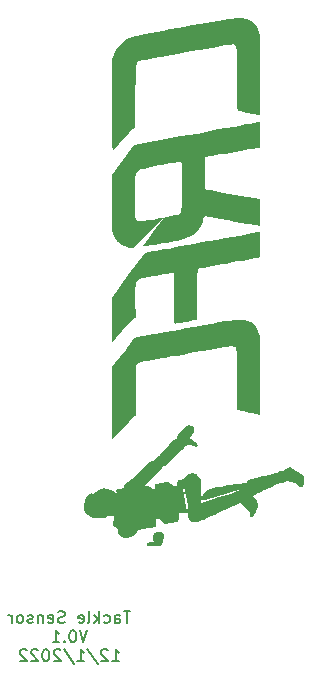
<source format=gbo>
%TF.GenerationSoftware,KiCad,Pcbnew,(6.0.1-0)*%
%TF.CreationDate,2022-12-01T23:09:06-06:00*%
%TF.ProjectId,tackle_sensor_hardware,7461636b-6c65-45f7-9365-6e736f725f68,rev?*%
%TF.SameCoordinates,Original*%
%TF.FileFunction,Legend,Bot*%
%TF.FilePolarity,Positive*%
%FSLAX46Y46*%
G04 Gerber Fmt 4.6, Leading zero omitted, Abs format (unit mm)*
G04 Created by KiCad (PCBNEW (6.0.1-0)) date 2022-12-01 23:09:06*
%MOMM*%
%LPD*%
G01*
G04 APERTURE LIST*
G04 Aperture macros list*
%AMRoundRect*
0 Rectangle with rounded corners*
0 $1 Rounding radius*
0 $2 $3 $4 $5 $6 $7 $8 $9 X,Y pos of 4 corners*
0 Add a 4 corners polygon primitive as box body*
4,1,4,$2,$3,$4,$5,$6,$7,$8,$9,$2,$3,0*
0 Add four circle primitives for the rounded corners*
1,1,$1+$1,$2,$3*
1,1,$1+$1,$4,$5*
1,1,$1+$1,$6,$7*
1,1,$1+$1,$8,$9*
0 Add four rect primitives between the rounded corners*
20,1,$1+$1,$2,$3,$4,$5,0*
20,1,$1+$1,$4,$5,$6,$7,0*
20,1,$1+$1,$6,$7,$8,$9,0*
20,1,$1+$1,$8,$9,$2,$3,0*%
G04 Aperture macros list end*
%ADD10C,0.150000*%
%ADD11C,0.300000*%
%ADD12RoundRect,0.250000X-0.725000X0.600000X-0.725000X-0.600000X0.725000X-0.600000X0.725000X0.600000X0*%
%ADD13O,1.950000X1.700000*%
%ADD14C,3.200000*%
%ADD15RoundRect,0.250000X0.750000X-0.600000X0.750000X0.600000X-0.750000X0.600000X-0.750000X-0.600000X0*%
%ADD16O,2.000000X1.700000*%
G04 APERTURE END LIST*
D10*
X140040666Y-123724780D02*
X139469238Y-123724780D01*
X139754952Y-124724780D02*
X139754952Y-123724780D01*
X138707333Y-124724780D02*
X138707333Y-124200971D01*
X138754952Y-124105733D01*
X138850190Y-124058114D01*
X139040666Y-124058114D01*
X139135904Y-124105733D01*
X138707333Y-124677161D02*
X138802571Y-124724780D01*
X139040666Y-124724780D01*
X139135904Y-124677161D01*
X139183523Y-124581923D01*
X139183523Y-124486685D01*
X139135904Y-124391447D01*
X139040666Y-124343828D01*
X138802571Y-124343828D01*
X138707333Y-124296209D01*
X137802571Y-124677161D02*
X137897809Y-124724780D01*
X138088285Y-124724780D01*
X138183523Y-124677161D01*
X138231142Y-124629542D01*
X138278761Y-124534304D01*
X138278761Y-124248590D01*
X138231142Y-124153352D01*
X138183523Y-124105733D01*
X138088285Y-124058114D01*
X137897809Y-124058114D01*
X137802571Y-124105733D01*
X137374000Y-124724780D02*
X137374000Y-123724780D01*
X137278761Y-124343828D02*
X136993047Y-124724780D01*
X136993047Y-124058114D02*
X137374000Y-124439066D01*
X136421619Y-124724780D02*
X136516857Y-124677161D01*
X136564476Y-124581923D01*
X136564476Y-123724780D01*
X135659714Y-124677161D02*
X135754952Y-124724780D01*
X135945428Y-124724780D01*
X136040666Y-124677161D01*
X136088285Y-124581923D01*
X136088285Y-124200971D01*
X136040666Y-124105733D01*
X135945428Y-124058114D01*
X135754952Y-124058114D01*
X135659714Y-124105733D01*
X135612095Y-124200971D01*
X135612095Y-124296209D01*
X136088285Y-124391447D01*
X134469238Y-124677161D02*
X134326380Y-124724780D01*
X134088285Y-124724780D01*
X133993047Y-124677161D01*
X133945428Y-124629542D01*
X133897809Y-124534304D01*
X133897809Y-124439066D01*
X133945428Y-124343828D01*
X133993047Y-124296209D01*
X134088285Y-124248590D01*
X134278761Y-124200971D01*
X134374000Y-124153352D01*
X134421619Y-124105733D01*
X134469238Y-124010495D01*
X134469238Y-123915257D01*
X134421619Y-123820019D01*
X134374000Y-123772400D01*
X134278761Y-123724780D01*
X134040666Y-123724780D01*
X133897809Y-123772400D01*
X133088285Y-124677161D02*
X133183523Y-124724780D01*
X133374000Y-124724780D01*
X133469238Y-124677161D01*
X133516857Y-124581923D01*
X133516857Y-124200971D01*
X133469238Y-124105733D01*
X133374000Y-124058114D01*
X133183523Y-124058114D01*
X133088285Y-124105733D01*
X133040666Y-124200971D01*
X133040666Y-124296209D01*
X133516857Y-124391447D01*
X132612095Y-124058114D02*
X132612095Y-124724780D01*
X132612095Y-124153352D02*
X132564476Y-124105733D01*
X132469238Y-124058114D01*
X132326380Y-124058114D01*
X132231142Y-124105733D01*
X132183523Y-124200971D01*
X132183523Y-124724780D01*
X131754952Y-124677161D02*
X131659714Y-124724780D01*
X131469238Y-124724780D01*
X131374000Y-124677161D01*
X131326380Y-124581923D01*
X131326380Y-124534304D01*
X131374000Y-124439066D01*
X131469238Y-124391447D01*
X131612095Y-124391447D01*
X131707333Y-124343828D01*
X131754952Y-124248590D01*
X131754952Y-124200971D01*
X131707333Y-124105733D01*
X131612095Y-124058114D01*
X131469238Y-124058114D01*
X131374000Y-124105733D01*
X130754952Y-124724780D02*
X130850190Y-124677161D01*
X130897809Y-124629542D01*
X130945428Y-124534304D01*
X130945428Y-124248590D01*
X130897809Y-124153352D01*
X130850190Y-124105733D01*
X130754952Y-124058114D01*
X130612095Y-124058114D01*
X130516857Y-124105733D01*
X130469238Y-124153352D01*
X130421619Y-124248590D01*
X130421619Y-124534304D01*
X130469238Y-124629542D01*
X130516857Y-124677161D01*
X130612095Y-124724780D01*
X130754952Y-124724780D01*
X129993047Y-124724780D02*
X129993047Y-124058114D01*
X129993047Y-124248590D02*
X129945428Y-124153352D01*
X129897809Y-124105733D01*
X129802571Y-124058114D01*
X129707333Y-124058114D01*
X136397809Y-125334780D02*
X136064476Y-126334780D01*
X135731142Y-125334780D01*
X135207333Y-125334780D02*
X135112095Y-125334780D01*
X135016857Y-125382400D01*
X134969238Y-125430019D01*
X134921619Y-125525257D01*
X134874000Y-125715733D01*
X134874000Y-125953828D01*
X134921619Y-126144304D01*
X134969238Y-126239542D01*
X135016857Y-126287161D01*
X135112095Y-126334780D01*
X135207333Y-126334780D01*
X135302571Y-126287161D01*
X135350190Y-126239542D01*
X135397809Y-126144304D01*
X135445428Y-125953828D01*
X135445428Y-125715733D01*
X135397809Y-125525257D01*
X135350190Y-125430019D01*
X135302571Y-125382400D01*
X135207333Y-125334780D01*
X134445428Y-126239542D02*
X134397809Y-126287161D01*
X134445428Y-126334780D01*
X134493047Y-126287161D01*
X134445428Y-126239542D01*
X134445428Y-126334780D01*
X133445428Y-126334780D02*
X134016857Y-126334780D01*
X133731142Y-126334780D02*
X133731142Y-125334780D01*
X133826380Y-125477638D01*
X133921619Y-125572876D01*
X134016857Y-125620495D01*
X138493047Y-127944780D02*
X139064476Y-127944780D01*
X138778761Y-127944780D02*
X138778761Y-126944780D01*
X138874000Y-127087638D01*
X138969238Y-127182876D01*
X139064476Y-127230495D01*
X138112095Y-127040019D02*
X138064476Y-126992400D01*
X137969238Y-126944780D01*
X137731142Y-126944780D01*
X137635904Y-126992400D01*
X137588285Y-127040019D01*
X137540666Y-127135257D01*
X137540666Y-127230495D01*
X137588285Y-127373352D01*
X138159714Y-127944780D01*
X137540666Y-127944780D01*
X136397809Y-126897161D02*
X137254952Y-128182876D01*
X135540666Y-127944780D02*
X136112095Y-127944780D01*
X135826380Y-127944780D02*
X135826380Y-126944780D01*
X135921619Y-127087638D01*
X136016857Y-127182876D01*
X136112095Y-127230495D01*
X134397809Y-126897161D02*
X135254952Y-128182876D01*
X134112095Y-127040019D02*
X134064476Y-126992400D01*
X133969238Y-126944780D01*
X133731142Y-126944780D01*
X133635904Y-126992400D01*
X133588285Y-127040019D01*
X133540666Y-127135257D01*
X133540666Y-127230495D01*
X133588285Y-127373352D01*
X134159714Y-127944780D01*
X133540666Y-127944780D01*
X132921619Y-126944780D02*
X132826380Y-126944780D01*
X132731142Y-126992400D01*
X132683523Y-127040019D01*
X132635904Y-127135257D01*
X132588285Y-127325733D01*
X132588285Y-127563828D01*
X132635904Y-127754304D01*
X132683523Y-127849542D01*
X132731142Y-127897161D01*
X132826380Y-127944780D01*
X132921619Y-127944780D01*
X133016857Y-127897161D01*
X133064476Y-127849542D01*
X133112095Y-127754304D01*
X133159714Y-127563828D01*
X133159714Y-127325733D01*
X133112095Y-127135257D01*
X133064476Y-127040019D01*
X133016857Y-126992400D01*
X132921619Y-126944780D01*
X132207333Y-127040019D02*
X132159714Y-126992400D01*
X132064476Y-126944780D01*
X131826380Y-126944780D01*
X131731142Y-126992400D01*
X131683523Y-127040019D01*
X131635904Y-127135257D01*
X131635904Y-127230495D01*
X131683523Y-127373352D01*
X132254952Y-127944780D01*
X131635904Y-127944780D01*
X131254952Y-127040019D02*
X131207333Y-126992400D01*
X131112095Y-126944780D01*
X130873999Y-126944780D01*
X130778761Y-126992400D01*
X130731142Y-127040019D01*
X130683523Y-127135257D01*
X130683523Y-127230495D01*
X130731142Y-127373352D01*
X131302571Y-127944780D01*
X130683523Y-127944780D01*
D11*
%TO.C,G\u002A\u002A\u002A*%
X144016717Y-94498472D02*
X143944145Y-94353329D01*
X143944145Y-94135615D01*
X144016717Y-93917901D01*
X144161859Y-93772758D01*
X144307002Y-93700186D01*
X144597288Y-93627615D01*
X144815002Y-93627615D01*
X145105288Y-93700186D01*
X145250431Y-93772758D01*
X145395574Y-93917901D01*
X145468145Y-94135615D01*
X145468145Y-94280758D01*
X145395574Y-94498472D01*
X145323002Y-94571044D01*
X144815002Y-94571044D01*
X144815002Y-94280758D01*
X143944145Y-95441901D02*
X144307002Y-95441901D01*
X144161859Y-95079044D02*
X144307002Y-95441901D01*
X144161859Y-95804758D01*
X144597288Y-95224186D02*
X144307002Y-95441901D01*
X144597288Y-95659615D01*
X143944145Y-96603044D02*
X144307002Y-96603044D01*
X144161859Y-96240186D02*
X144307002Y-96603044D01*
X144161859Y-96965901D01*
X144597288Y-96385329D02*
X144307002Y-96603044D01*
X144597288Y-96820758D01*
X143944145Y-97764186D02*
X144307002Y-97764186D01*
X144161859Y-97401329D02*
X144307002Y-97764186D01*
X144161859Y-98127044D01*
X144597288Y-97546472D02*
X144307002Y-97764186D01*
X144597288Y-97981901D01*
X144016717Y-94447672D02*
X143944145Y-94302529D01*
X143944145Y-94084815D01*
X144016717Y-93867101D01*
X144161859Y-93721958D01*
X144307002Y-93649386D01*
X144597288Y-93576815D01*
X144815002Y-93576815D01*
X145105288Y-93649386D01*
X145250431Y-93721958D01*
X145395574Y-93867101D01*
X145468145Y-94084815D01*
X145468145Y-94229958D01*
X145395574Y-94447672D01*
X145323002Y-94520244D01*
X144815002Y-94520244D01*
X144815002Y-94229958D01*
X143944145Y-95391101D02*
X144307002Y-95391101D01*
X144161859Y-95028244D02*
X144307002Y-95391101D01*
X144161859Y-95753958D01*
X144597288Y-95173386D02*
X144307002Y-95391101D01*
X144597288Y-95608815D01*
X143944145Y-96552244D02*
X144307002Y-96552244D01*
X144161859Y-96189386D02*
X144307002Y-96552244D01*
X144161859Y-96915101D01*
X144597288Y-96334529D02*
X144307002Y-96552244D01*
X144597288Y-96769958D01*
X143944145Y-97713386D02*
X144307002Y-97713386D01*
X144161859Y-97350529D02*
X144307002Y-97713386D01*
X144161859Y-98076244D01*
X144597288Y-97495672D02*
X144307002Y-97713386D01*
X144597288Y-97931101D01*
G36*
X145190978Y-108002966D02*
G01*
X145324891Y-108066399D01*
X145395446Y-108195313D01*
X145417850Y-108400034D01*
X145410425Y-108549029D01*
X145363317Y-108668376D01*
X145252753Y-108779812D01*
X145159491Y-108880254D01*
X145110515Y-109028418D01*
X145164871Y-109162850D01*
X145320384Y-109267858D01*
X145382181Y-109295321D01*
X145573888Y-109408737D01*
X145705237Y-109532130D01*
X145753967Y-109646080D01*
X145753665Y-109657635D01*
X145707030Y-109754211D01*
X145587288Y-109778140D01*
X145403514Y-109727317D01*
X145391360Y-109722410D01*
X145197776Y-109669660D01*
X144998205Y-109647951D01*
X144930596Y-109650741D01*
X144862258Y-109665784D01*
X144787081Y-109702473D01*
X144693560Y-109770194D01*
X144570192Y-109878334D01*
X144405474Y-110036278D01*
X144187901Y-110253411D01*
X143905972Y-110539121D01*
X143754302Y-110692502D01*
X143467241Y-110976788D01*
X143242037Y-111189484D01*
X143071327Y-111337119D01*
X142947750Y-111426222D01*
X142863946Y-111463321D01*
X142857630Y-111464632D01*
X142751310Y-111506524D01*
X142720060Y-111560149D01*
X142700535Y-111607404D01*
X142615594Y-111715978D01*
X142478209Y-111864877D01*
X142303774Y-112036484D01*
X142195135Y-112139046D01*
X141953033Y-112368298D01*
X141712396Y-112596923D01*
X141512128Y-112787990D01*
X141158036Y-113126959D01*
X141412214Y-113127926D01*
X141489329Y-113130364D01*
X141675321Y-113169247D01*
X141834537Y-113270378D01*
X141968908Y-113361418D01*
X142084321Y-113382346D01*
X142146715Y-113313622D01*
X142147924Y-113158168D01*
X142117683Y-112971811D01*
X142412913Y-112914378D01*
X142507870Y-112895903D01*
X142766389Y-112845593D01*
X143007299Y-112798696D01*
X143306456Y-112740448D01*
X143489631Y-112934670D01*
X143545280Y-112990578D01*
X143694020Y-113097348D01*
X143843152Y-113128893D01*
X143906841Y-113127682D01*
X143980216Y-113107110D01*
X144008706Y-113037470D01*
X144013496Y-112888920D01*
X144014700Y-112785778D01*
X144033970Y-112686438D01*
X144099098Y-112639733D01*
X144238101Y-112611000D01*
X144365736Y-112577279D01*
X144521648Y-112487555D01*
X144693034Y-112325760D01*
X144802991Y-112212748D01*
X144919622Y-112121929D01*
X145043148Y-112077252D01*
X145216287Y-112056755D01*
X145359721Y-112051413D01*
X145533818Y-112074492D01*
X145683339Y-112144445D01*
X145696553Y-112152926D01*
X145888307Y-112333097D01*
X145992514Y-112554809D01*
X145998569Y-112796142D01*
X145984207Y-112915678D01*
X145975549Y-113124796D01*
X145979626Y-113346452D01*
X145988480Y-113579646D01*
X145994210Y-113865102D01*
X145995308Y-114135103D01*
X145992362Y-114570221D01*
X147083336Y-114214788D01*
X147098518Y-114209842D01*
X147467044Y-114090395D01*
X147838402Y-113971032D01*
X148186046Y-113860218D01*
X148483431Y-113766414D01*
X148704012Y-113698085D01*
X148862256Y-113648204D01*
X149054106Y-113582174D01*
X149185460Y-113529848D01*
X149234312Y-113499468D01*
X149225837Y-113489867D01*
X149191434Y-113489549D01*
X149121281Y-113502115D01*
X149005611Y-113530217D01*
X148834652Y-113576505D01*
X148598635Y-113643631D01*
X148287792Y-113734245D01*
X147892351Y-113851000D01*
X147402544Y-113996545D01*
X147261295Y-114038134D01*
X146929793Y-114131989D01*
X146637590Y-114209536D01*
X146400829Y-114266781D01*
X146235657Y-114299730D01*
X146158217Y-114304389D01*
X146118748Y-114277415D01*
X146085476Y-114172960D01*
X146110254Y-114022494D01*
X146182334Y-113848888D01*
X146290966Y-113675011D01*
X146425398Y-113523734D01*
X146574883Y-113417927D01*
X146655678Y-113388725D01*
X146832715Y-113342011D01*
X147075452Y-113287552D01*
X147364764Y-113228711D01*
X147681525Y-113168848D01*
X148006611Y-113111323D01*
X148320896Y-113059497D01*
X148605255Y-113016731D01*
X148840563Y-112986386D01*
X149007694Y-112971822D01*
X149087525Y-112976400D01*
X149098084Y-112981361D01*
X149211451Y-112986917D01*
X149367278Y-112913562D01*
X149448751Y-112867341D01*
X149572270Y-112830916D01*
X149694970Y-112856089D01*
X149755085Y-112879020D01*
X149843376Y-112903901D01*
X149882200Y-112874541D01*
X149909527Y-112776930D01*
X149951575Y-112681657D01*
X150037800Y-112592132D01*
X150057591Y-112584232D01*
X150174570Y-112550259D01*
X150374342Y-112499312D01*
X150640037Y-112435485D01*
X150954785Y-112362869D01*
X151301719Y-112285556D01*
X151441985Y-112254388D01*
X151778187Y-112175977D01*
X152075344Y-112101555D01*
X152316588Y-112035640D01*
X152485051Y-111982752D01*
X152563863Y-111947409D01*
X152663516Y-111891620D01*
X152813013Y-111857579D01*
X152937161Y-111831880D01*
X153050584Y-111768640D01*
X153063959Y-111756167D01*
X153177308Y-111672353D01*
X153323447Y-111584478D01*
X153515121Y-111481391D01*
X154091178Y-111826813D01*
X154094281Y-111828675D01*
X154321216Y-111971087D01*
X154515007Y-112104242D01*
X154655182Y-112213303D01*
X154721266Y-112283433D01*
X154735224Y-112314331D01*
X154772603Y-112461944D01*
X154769083Y-112647948D01*
X154724844Y-112903621D01*
X154721461Y-112919211D01*
X154675518Y-113081272D01*
X154616683Y-113167647D01*
X154524962Y-113208867D01*
X154428130Y-113219634D01*
X154341749Y-113173111D01*
X154333764Y-113159473D01*
X154247646Y-113043179D01*
X154133450Y-112955671D01*
X153964762Y-112881430D01*
X153715170Y-112804936D01*
X153547678Y-112759416D01*
X153387667Y-112722289D01*
X153283857Y-112713347D01*
X153208367Y-112731113D01*
X153133317Y-112774109D01*
X152999936Y-112831558D01*
X152841065Y-112850342D01*
X152707476Y-112861529D01*
X152552682Y-112921151D01*
X152546671Y-112924832D01*
X152445481Y-112978490D01*
X152264984Y-113067546D01*
X152022831Y-113183535D01*
X151736670Y-113317991D01*
X151424149Y-113462450D01*
X151362022Y-113491001D01*
X151066624Y-113628623D01*
X150811041Y-113750721D01*
X150610107Y-113849992D01*
X150478661Y-113919138D01*
X150431537Y-113950858D01*
X150440450Y-113972946D01*
X150499124Y-114062931D01*
X150594527Y-114189336D01*
X150632775Y-114241066D01*
X150742747Y-114428055D01*
X150814372Y-114605442D01*
X150833801Y-114689995D01*
X150838901Y-114789804D01*
X150814893Y-114903175D01*
X150755134Y-115057956D01*
X150652982Y-115281991D01*
X150590973Y-115412433D01*
X150501854Y-115584938D01*
X150434273Y-115683811D01*
X150374989Y-115726388D01*
X150310760Y-115730002D01*
X150252348Y-115716177D01*
X150204389Y-115661124D01*
X150203757Y-115536009D01*
X150203087Y-115442244D01*
X150168218Y-115341940D01*
X150082833Y-115221444D01*
X149931972Y-115054237D01*
X149920043Y-115041665D01*
X149758230Y-114878102D01*
X149606860Y-114736038D01*
X149497280Y-114644985D01*
X149397044Y-114583444D01*
X149302557Y-114572477D01*
X149170777Y-114618232D01*
X148988760Y-114696377D01*
X148593406Y-114869653D01*
X148197732Y-115048693D01*
X147769601Y-115248167D01*
X147276879Y-115482742D01*
X147168233Y-115534850D01*
X146825092Y-115699085D01*
X146564026Y-115823198D01*
X146372556Y-115912885D01*
X146238208Y-115973840D01*
X146148502Y-116011757D01*
X146090962Y-116032330D01*
X146053111Y-116041255D01*
X146034563Y-116045823D01*
X145930370Y-116083358D01*
X145785967Y-116143811D01*
X145774529Y-116148770D01*
X145515241Y-116208850D01*
X145271999Y-116169749D01*
X145064926Y-116034518D01*
X145061036Y-116030616D01*
X145001282Y-115962428D01*
X144964152Y-115887080D01*
X144944987Y-115779183D01*
X144939128Y-115613354D01*
X144941917Y-115364204D01*
X144943681Y-115216783D01*
X144942391Y-115005692D01*
X144936552Y-114851505D01*
X144926836Y-114780135D01*
X144918137Y-114759403D01*
X144891591Y-114668979D01*
X144852225Y-114507776D01*
X144797985Y-114266806D01*
X144726820Y-113937084D01*
X144636677Y-113509621D01*
X144505772Y-112884139D01*
X144534866Y-113346452D01*
X144535218Y-113352024D01*
X144584799Y-113905197D01*
X144659121Y-114422193D01*
X144753045Y-114867194D01*
X144784211Y-114990188D01*
X144827134Y-115192474D01*
X144827270Y-115317182D01*
X144775105Y-115383054D01*
X144661123Y-115408833D01*
X144475809Y-115413262D01*
X144122275Y-115413262D01*
X144122275Y-115765758D01*
X144118946Y-115954928D01*
X144103123Y-116066058D01*
X144066282Y-116120959D01*
X143999899Y-116146126D01*
X143970747Y-116152683D01*
X143832100Y-116183314D01*
X143631990Y-116227106D01*
X143403164Y-116276884D01*
X142928807Y-116379772D01*
X142750488Y-116143548D01*
X142632052Y-115994945D01*
X142531717Y-115901864D01*
X142440510Y-115870730D01*
X142332661Y-115885638D01*
X142292573Y-115899736D01*
X142245280Y-115947645D01*
X142223742Y-116047975D01*
X142218635Y-116228791D01*
X142214870Y-116343837D01*
X142191264Y-116509315D01*
X142150648Y-116595978D01*
X142145295Y-116599600D01*
X142049257Y-116630824D01*
X141881494Y-116661871D01*
X141674738Y-116686515D01*
X141445089Y-116711440D01*
X141170504Y-116749281D01*
X140940477Y-116788895D01*
X140844829Y-116809280D01*
X140698713Y-116852343D01*
X140624423Y-116903323D01*
X140596904Y-116975852D01*
X140560723Y-117060272D01*
X140437653Y-117189850D01*
X140254745Y-117317481D01*
X140039042Y-117427743D01*
X139817589Y-117505211D01*
X139617430Y-117534461D01*
X139549415Y-117530233D01*
X139322131Y-117453445D01*
X139132826Y-117297618D01*
X139003275Y-117085582D01*
X138955252Y-116840169D01*
X138948054Y-116763999D01*
X138892575Y-116671583D01*
X138758692Y-116590640D01*
X138562132Y-116496907D01*
X138637580Y-115691765D01*
X138429286Y-115656839D01*
X138395097Y-115651017D01*
X138252324Y-115624775D01*
X138166601Y-115605957D01*
X138154567Y-115605387D01*
X138070575Y-115644580D01*
X137959008Y-115732788D01*
X137936958Y-115752959D01*
X137849350Y-115818607D01*
X137750223Y-115855096D01*
X137607204Y-115870331D01*
X137387916Y-115872216D01*
X137338334Y-115871581D01*
X137083446Y-115855544D01*
X136877699Y-115811410D01*
X136670884Y-115729161D01*
X136446733Y-115611771D01*
X136291488Y-115488935D01*
X136194920Y-115340780D01*
X136132972Y-115141001D01*
X136116809Y-115054266D01*
X136108197Y-114716267D01*
X136174871Y-114381357D01*
X136307963Y-114080933D01*
X136498606Y-113846390D01*
X136508837Y-113837442D01*
X136619319Y-113762458D01*
X136730125Y-113752059D01*
X136888442Y-113800717D01*
X136977044Y-113779415D01*
X137079745Y-113657599D01*
X137120481Y-113598769D01*
X137293700Y-113442402D01*
X137528281Y-113355501D01*
X137840263Y-113331183D01*
X138076464Y-113348999D01*
X138412842Y-113436050D01*
X138682617Y-113586489D01*
X138877546Y-113790529D01*
X138989386Y-114038380D01*
X139009896Y-114320252D01*
X138930832Y-114626357D01*
X138916441Y-114661974D01*
X138880175Y-114771049D01*
X138879218Y-114814975D01*
X138909375Y-114792013D01*
X138960814Y-114690693D01*
X139010947Y-114539717D01*
X139048958Y-114373519D01*
X139064031Y-114226535D01*
X139060304Y-114168239D01*
X139015278Y-113968850D01*
X138934413Y-113771552D01*
X138909351Y-113722770D01*
X138842809Y-113542609D01*
X138860189Y-113426735D01*
X138967217Y-113364798D01*
X139169617Y-113346452D01*
X139256262Y-113345512D01*
X139377198Y-113331355D01*
X139437564Y-113287241D01*
X139470090Y-113196880D01*
X139504575Y-113103914D01*
X139595440Y-112959435D01*
X139705350Y-112847511D01*
X139805071Y-112802555D01*
X139841341Y-112794173D01*
X139917967Y-112726113D01*
X139927029Y-112714164D01*
X140003781Y-112634962D01*
X140145251Y-112499557D01*
X140338811Y-112319725D01*
X140571835Y-112107241D01*
X140831697Y-111873883D01*
X140926225Y-111789444D01*
X141175177Y-111565332D01*
X141391173Y-111368406D01*
X141562076Y-111209880D01*
X141675751Y-111100972D01*
X141720063Y-111052895D01*
X141771454Y-111022372D01*
X141886445Y-111007694D01*
X141906983Y-111006684D01*
X141994608Y-110978881D01*
X142101974Y-110903497D01*
X142244775Y-110767780D01*
X142438705Y-110558979D01*
X142508984Y-110481172D01*
X142785551Y-110179590D01*
X143052521Y-109895242D01*
X143299394Y-109638759D01*
X143515670Y-109420770D01*
X143690848Y-109251903D01*
X143814430Y-109142788D01*
X143875916Y-109104054D01*
X143887779Y-109101027D01*
X143947741Y-109034837D01*
X144007696Y-108909250D01*
X144055604Y-108819059D01*
X144164366Y-108668294D01*
X144308982Y-108494452D01*
X144469163Y-108319506D01*
X144624621Y-108165426D01*
X144755064Y-108054182D01*
X144840205Y-108007746D01*
X144978505Y-107994688D01*
X145190978Y-108002966D01*
G37*
G36*
X149512771Y-99052171D02*
G01*
X149680228Y-99067296D01*
X149825006Y-99094380D01*
X149885604Y-99110096D01*
X150254349Y-99265965D01*
X150557690Y-99507124D01*
X150790917Y-99828831D01*
X150949318Y-100226343D01*
X150960262Y-100277975D01*
X150974392Y-100392430D01*
X150986438Y-100559469D01*
X150996548Y-100786118D01*
X151004872Y-101079398D01*
X151011558Y-101446335D01*
X151016756Y-101893952D01*
X151020614Y-102429273D01*
X151023281Y-103059323D01*
X151024907Y-103791124D01*
X151025600Y-104310001D01*
X151026063Y-104916721D01*
X151025791Y-105428517D01*
X151024566Y-105853324D01*
X151022169Y-106199080D01*
X151018382Y-106473722D01*
X151012986Y-106685186D01*
X151005762Y-106841408D01*
X150996493Y-106950326D01*
X150984960Y-107019876D01*
X150970943Y-107057995D01*
X150954226Y-107072618D01*
X150934588Y-107071684D01*
X150930852Y-107070644D01*
X150835032Y-107047712D01*
X150658644Y-107008265D01*
X150425530Y-106957561D01*
X150159535Y-106900855D01*
X150156112Y-106900132D01*
X149877106Y-106840475D01*
X149618592Y-106783890D01*
X149409238Y-106736732D01*
X149277716Y-106705357D01*
X149075769Y-106653408D01*
X149060157Y-104077110D01*
X149059057Y-103897482D01*
X149055293Y-103329220D01*
X149051400Y-102857520D01*
X149046956Y-102472861D01*
X149041539Y-102165720D01*
X149034727Y-101926574D01*
X149026098Y-101745902D01*
X149015230Y-101614182D01*
X149001702Y-101521891D01*
X148985091Y-101459507D01*
X148964976Y-101417509D01*
X148940934Y-101386373D01*
X148847660Y-101315890D01*
X148658064Y-101271934D01*
X148620448Y-101274850D01*
X148475862Y-101294160D01*
X148243022Y-101329840D01*
X147934020Y-101379884D01*
X147560943Y-101442285D01*
X147135882Y-101515036D01*
X146670925Y-101596130D01*
X146178164Y-101683561D01*
X146031875Y-101709727D01*
X145501057Y-101804538D01*
X144972834Y-101898696D01*
X144464620Y-101989108D01*
X143993826Y-102072684D01*
X143577864Y-102146330D01*
X143234149Y-102206955D01*
X142980091Y-102251466D01*
X142798612Y-102283076D01*
X142271220Y-102375309D01*
X141837997Y-102452415D01*
X141488976Y-102517052D01*
X141214193Y-102571877D01*
X141003684Y-102619546D01*
X140847482Y-102662716D01*
X140735623Y-102704045D01*
X140658141Y-102746188D01*
X140605073Y-102791803D01*
X140566452Y-102843546D01*
X140532313Y-102904075D01*
X140514566Y-102994711D01*
X140500208Y-103193807D01*
X140489249Y-103501092D01*
X140481695Y-103916294D01*
X140477554Y-104439146D01*
X140476832Y-105069377D01*
X140479808Y-107125451D01*
X139812712Y-107830148D01*
X139662271Y-107989415D01*
X139410939Y-108256816D01*
X139170053Y-108514562D01*
X138961128Y-108739606D01*
X138805680Y-108908900D01*
X138465744Y-109282955D01*
X138465744Y-103083654D01*
X139050434Y-102324012D01*
X139163335Y-102177283D01*
X139398684Y-101871183D01*
X139633956Y-101564919D01*
X139847046Y-101287270D01*
X140015851Y-101067015D01*
X140157781Y-100886897D01*
X140301749Y-100715620D01*
X140414028Y-100594506D01*
X140478164Y-100542235D01*
X140537304Y-100528684D01*
X140692351Y-100498037D01*
X140926037Y-100453951D01*
X141223139Y-100399254D01*
X141568430Y-100336776D01*
X141946687Y-100269346D01*
X142137967Y-100235406D01*
X142543311Y-100163127D01*
X143025454Y-100076809D01*
X143565224Y-99979899D01*
X144143449Y-99875846D01*
X144740957Y-99768098D01*
X145338577Y-99660101D01*
X145917136Y-99555305D01*
X146298636Y-99486457D01*
X146964935Y-99368479D01*
X147538020Y-99270778D01*
X148026708Y-99192315D01*
X148439814Y-99132050D01*
X148786157Y-99088943D01*
X149074553Y-99061954D01*
X149313819Y-99050044D01*
X149512771Y-99052171D01*
G37*
G36*
X149885578Y-73570596D02*
G01*
X150258097Y-73728985D01*
X150560959Y-73967378D01*
X150790621Y-74283571D01*
X150943537Y-74675360D01*
X150957472Y-74739201D01*
X150972243Y-74842747D01*
X150984774Y-74982259D01*
X150995249Y-75165825D01*
X151003847Y-75401538D01*
X151010751Y-75697486D01*
X151016141Y-76061761D01*
X151020198Y-76502452D01*
X151023105Y-77027651D01*
X151025042Y-77645446D01*
X151026191Y-78363929D01*
X151026750Y-78992299D01*
X151026892Y-79592597D01*
X151026324Y-80099034D01*
X151024833Y-80519454D01*
X151022204Y-80861700D01*
X151018224Y-81133616D01*
X151012679Y-81343046D01*
X151005356Y-81497834D01*
X150996041Y-81605824D01*
X150984521Y-81674859D01*
X150970581Y-81712784D01*
X150954008Y-81727442D01*
X150934588Y-81726677D01*
X150910999Y-81720650D01*
X150788120Y-81692038D01*
X150589399Y-81647421D01*
X150336416Y-81591615D01*
X150050755Y-81529438D01*
X149929947Y-81503229D01*
X149655185Y-81442991D01*
X149422038Y-81391017D01*
X149252089Y-81352149D01*
X149166922Y-81331226D01*
X149164159Y-81330366D01*
X149142557Y-81316916D01*
X149124596Y-81286178D01*
X149109943Y-81229003D01*
X149098264Y-81136242D01*
X149089224Y-80998746D01*
X149082491Y-80807366D01*
X149077731Y-80552953D01*
X149074609Y-80226357D01*
X149072793Y-79818429D01*
X149071948Y-79320020D01*
X149071740Y-78721982D01*
X149071732Y-78602873D01*
X149071200Y-77983240D01*
X149069220Y-77462069D01*
X149064947Y-77030578D01*
X149057533Y-76679986D01*
X149046132Y-76401512D01*
X149029896Y-76186374D01*
X149007979Y-76025790D01*
X148979532Y-75910979D01*
X148943711Y-75833161D01*
X148899666Y-75783552D01*
X148846552Y-75753373D01*
X148783521Y-75733841D01*
X148756747Y-75730940D01*
X148694115Y-75732981D01*
X148595239Y-75742499D01*
X148454672Y-75760408D01*
X148266970Y-75787624D01*
X148026685Y-75825062D01*
X147728372Y-75873636D01*
X147366585Y-75934262D01*
X146935879Y-76007855D01*
X146430808Y-76095330D01*
X145845925Y-76197602D01*
X145175785Y-76315586D01*
X144414942Y-76450197D01*
X143557950Y-76602350D01*
X142599363Y-76772960D01*
X142429370Y-76803420D01*
X142021358Y-76877988D01*
X141648214Y-76948189D01*
X141324400Y-77011175D01*
X141064377Y-77064102D01*
X140882609Y-77104122D01*
X140793556Y-77128388D01*
X140746078Y-77147835D01*
X140687166Y-77176453D01*
X140638039Y-77214122D01*
X140597672Y-77269909D01*
X140565042Y-77352878D01*
X140539121Y-77472094D01*
X140518886Y-77636624D01*
X140503312Y-77855531D01*
X140491373Y-78137882D01*
X140482045Y-78492741D01*
X140474301Y-78929174D01*
X140467119Y-79456245D01*
X140459471Y-80083021D01*
X140427317Y-82741178D01*
X140004025Y-83182830D01*
X139863529Y-83330679D01*
X139615753Y-83595273D01*
X139358025Y-83874137D01*
X139127779Y-84126936D01*
X139063535Y-84199350D01*
X138944748Y-84337973D01*
X138842476Y-84458227D01*
X138755529Y-84554085D01*
X138682717Y-84619520D01*
X138622850Y-84648505D01*
X138574738Y-84635014D01*
X138537191Y-84573020D01*
X138509018Y-84456495D01*
X138489029Y-84279414D01*
X138476034Y-84035750D01*
X138468844Y-83719474D01*
X138466268Y-83324562D01*
X138467115Y-82844986D01*
X138470196Y-82274718D01*
X138474321Y-81607733D01*
X138478299Y-80838004D01*
X138494943Y-76932533D01*
X138621810Y-76591121D01*
X138693917Y-76416425D01*
X138953520Y-75973765D01*
X139295906Y-75599706D01*
X139716695Y-75298429D01*
X140211505Y-75074113D01*
X140228457Y-75068690D01*
X140367085Y-75033817D01*
X140600202Y-74983122D01*
X140917361Y-74918472D01*
X141308115Y-74841735D01*
X141762017Y-74754779D01*
X142268622Y-74659473D01*
X142817481Y-74557685D01*
X143398148Y-74451283D01*
X144000176Y-74342135D01*
X144613119Y-74232110D01*
X145226529Y-74123074D01*
X145829960Y-74016897D01*
X146412965Y-73915447D01*
X146965098Y-73820591D01*
X147475911Y-73734198D01*
X147934958Y-73658136D01*
X148331791Y-73594273D01*
X148655965Y-73544477D01*
X148897032Y-73510617D01*
X149044545Y-73494560D01*
X149446949Y-73494416D01*
X149885578Y-73570596D01*
G37*
G36*
X146069986Y-83201784D02*
G01*
X146797199Y-83065597D01*
X147490222Y-82935988D01*
X148141781Y-82814308D01*
X148744605Y-82701907D01*
X149291423Y-82600138D01*
X149774962Y-82510351D01*
X150187952Y-82433898D01*
X150523120Y-82372129D01*
X150773195Y-82326396D01*
X150930905Y-82298049D01*
X150988978Y-82288441D01*
X150991492Y-82290591D01*
X151003643Y-82362085D01*
X151014157Y-82522856D01*
X151022424Y-82756592D01*
X151027832Y-83046983D01*
X151029770Y-83377715D01*
X151029692Y-83445019D01*
X151027026Y-83768977D01*
X151021010Y-84049283D01*
X151012257Y-84269657D01*
X151001376Y-84413817D01*
X150988978Y-84465483D01*
X150975794Y-84467099D01*
X150874215Y-84483379D01*
X150684930Y-84515234D01*
X150421633Y-84560267D01*
X150098022Y-84616079D01*
X149727792Y-84680274D01*
X149324640Y-84750453D01*
X148902262Y-84824218D01*
X148474353Y-84899173D01*
X148054611Y-84972920D01*
X147656731Y-85043061D01*
X147294409Y-85107198D01*
X146981343Y-85162933D01*
X146731226Y-85207870D01*
X146557757Y-85239610D01*
X146474631Y-85255757D01*
X146352254Y-85283428D01*
X146352254Y-87995913D01*
X146556216Y-88034701D01*
X146570261Y-88037351D01*
X146691648Y-88059924D01*
X146904090Y-88099184D01*
X147194709Y-88152758D01*
X147550625Y-88218277D01*
X147958961Y-88293369D01*
X148406838Y-88375663D01*
X148881376Y-88462787D01*
X151002575Y-88852086D01*
X151017276Y-89976571D01*
X151018381Y-90075023D01*
X151019279Y-90401724D01*
X151015853Y-90683679D01*
X151008574Y-90904888D01*
X150997908Y-91049347D01*
X150984327Y-91101056D01*
X150983466Y-91101027D01*
X150913988Y-91090581D01*
X150752606Y-91063066D01*
X150513612Y-91021019D01*
X150211303Y-90966975D01*
X149859970Y-90903471D01*
X149473908Y-90833043D01*
X148937311Y-90734937D01*
X148267947Y-90613321D01*
X147701686Y-90511468D01*
X147236335Y-90428993D01*
X146869701Y-90365513D01*
X146599591Y-90320645D01*
X146423812Y-90294005D01*
X146340171Y-90285210D01*
X146321145Y-90288147D01*
X146260862Y-90357969D01*
X146219555Y-90527080D01*
X146158529Y-90768322D01*
X146018487Y-91090359D01*
X145828910Y-91396314D01*
X145612712Y-91644014D01*
X145559516Y-91691008D01*
X145207346Y-91932173D01*
X144767935Y-92136336D01*
X144256313Y-92296272D01*
X144242545Y-92299670D01*
X144054122Y-92341957D01*
X143799544Y-92393694D01*
X143494545Y-92452193D01*
X143154857Y-92514768D01*
X142796212Y-92578730D01*
X142434344Y-92641391D01*
X142084984Y-92700063D01*
X141763866Y-92752060D01*
X141486720Y-92794692D01*
X141269281Y-92825273D01*
X141127281Y-92841114D01*
X141076451Y-92839528D01*
X141077445Y-92835281D01*
X141117764Y-92764831D01*
X141207460Y-92629266D01*
X141333324Y-92447439D01*
X141482146Y-92238202D01*
X141640715Y-92020409D01*
X141795820Y-91812911D01*
X141827946Y-91770207D01*
X141964072Y-91583652D01*
X142093054Y-91400199D01*
X142163805Y-91300487D01*
X142308227Y-91107756D01*
X142454770Y-90922112D01*
X142510567Y-90853101D01*
X142620077Y-90709725D01*
X142657869Y-90643802D01*
X142625737Y-90653743D01*
X142525474Y-90737961D01*
X142358876Y-90894868D01*
X142127736Y-91122876D01*
X141833848Y-91420396D01*
X141479007Y-91785841D01*
X140343509Y-92963122D01*
X140013182Y-92936607D01*
X139717711Y-92889888D01*
X139316997Y-92738247D01*
X138962705Y-92488257D01*
X138880398Y-92408404D01*
X138773954Y-92271424D01*
X138687945Y-92098385D01*
X138602232Y-91853839D01*
X138465744Y-91421779D01*
X138465744Y-88853597D01*
X140422674Y-88853597D01*
X140424937Y-89242867D01*
X140429877Y-89605912D01*
X140437526Y-89926574D01*
X140447919Y-90188697D01*
X140461089Y-90376125D01*
X140477072Y-90472702D01*
X140488331Y-90501319D01*
X140526827Y-90577711D01*
X140579290Y-90634267D01*
X140657350Y-90671014D01*
X140772634Y-90687978D01*
X140936772Y-90685189D01*
X141161392Y-90662672D01*
X141458122Y-90620456D01*
X141838591Y-90558568D01*
X142314428Y-90477036D01*
X142341941Y-90472263D01*
X142743605Y-90400904D01*
X143118586Y-90331312D01*
X143450758Y-90266704D01*
X143723998Y-90210296D01*
X143922181Y-90165304D01*
X144029183Y-90134947D01*
X144198952Y-90034435D01*
X144314729Y-89900441D01*
X144326718Y-89872552D01*
X144345520Y-89799526D01*
X144360630Y-89689269D01*
X144372415Y-89531560D01*
X144381239Y-89316181D01*
X144387467Y-89032909D01*
X144391464Y-88671525D01*
X144393595Y-88221809D01*
X144394224Y-87673539D01*
X144394224Y-87650988D01*
X144393955Y-87125228D01*
X144392866Y-86697911D01*
X144390493Y-86359088D01*
X144386375Y-86098810D01*
X144380046Y-85907128D01*
X144371045Y-85774093D01*
X144358907Y-85689755D01*
X144343169Y-85644166D01*
X144323369Y-85627375D01*
X144299042Y-85629435D01*
X144286535Y-85632683D01*
X144180751Y-85655530D01*
X143986559Y-85694933D01*
X143718118Y-85748103D01*
X143389590Y-85812251D01*
X143015134Y-85884588D01*
X142608910Y-85962325D01*
X142486823Y-85985648D01*
X142086608Y-86063070D01*
X141721158Y-86135197D01*
X141404904Y-86199085D01*
X141152278Y-86251791D01*
X140977711Y-86290369D01*
X140895634Y-86311876D01*
X140764976Y-86392235D01*
X140609520Y-86547370D01*
X140484961Y-86732705D01*
X140478883Y-86751514D01*
X140463371Y-86871988D01*
X140450297Y-87079330D01*
X140439693Y-87357384D01*
X140431595Y-87689994D01*
X140426037Y-88061004D01*
X140423051Y-88454257D01*
X140422674Y-88853597D01*
X138465744Y-88853597D01*
X138465744Y-86812115D01*
X139422182Y-85540579D01*
X140378619Y-84269043D01*
X144323369Y-83529295D01*
X145663402Y-83278002D01*
X146069986Y-83201784D01*
G37*
G36*
X142671052Y-117018377D02*
G01*
X142804820Y-117075232D01*
X142887430Y-117154971D01*
X142924598Y-117260442D01*
X142876418Y-117340941D01*
X142853104Y-117379142D01*
X142855642Y-117480415D01*
X142860452Y-117553485D01*
X142818659Y-117668342D01*
X142788450Y-117719576D01*
X142785932Y-117800268D01*
X142793931Y-117822271D01*
X142761207Y-117888813D01*
X142734471Y-117926851D01*
X142736215Y-118026734D01*
X142735662Y-118088075D01*
X142659179Y-118154718D01*
X142507691Y-118184148D01*
X142299468Y-118170356D01*
X142291862Y-118169192D01*
X142105122Y-118165604D01*
X141915356Y-118195220D01*
X141896978Y-118200012D01*
X141725918Y-118224784D01*
X141583388Y-118216741D01*
X141553308Y-118208178D01*
X141475443Y-118151824D01*
X141467347Y-118035669D01*
X141477928Y-117972626D01*
X141514669Y-117914312D01*
X141602184Y-117885876D01*
X141769469Y-117871570D01*
X142054564Y-117855146D01*
X141979252Y-117674899D01*
X141951081Y-117600736D01*
X141932731Y-117471852D01*
X141974083Y-117337790D01*
X142030684Y-117204202D01*
X142075333Y-117085745D01*
X142081172Y-117073233D01*
X142167008Y-117018184D01*
X142317219Y-116990356D01*
X142496876Y-116990253D01*
X142671052Y-117018377D01*
G37*
G36*
X151029770Y-93758440D02*
G01*
X150744224Y-93816220D01*
X150696627Y-93825472D01*
X150531257Y-93856245D01*
X150278293Y-93902404D01*
X149950522Y-93961648D01*
X149560732Y-94031677D01*
X149121709Y-94110190D01*
X148646241Y-94194887D01*
X148147115Y-94283468D01*
X147846758Y-94336777D01*
X147375871Y-94420789D01*
X146944021Y-94498369D01*
X146562558Y-94567446D01*
X146242832Y-94625952D01*
X145996191Y-94671816D01*
X145833986Y-94702970D01*
X145767565Y-94717344D01*
X145765993Y-94718052D01*
X145748336Y-94751625D01*
X145733864Y-94836758D01*
X145722321Y-94981623D01*
X145713451Y-95194395D01*
X145706997Y-95483245D01*
X145702704Y-95856347D01*
X145700316Y-96321874D01*
X145699577Y-96887998D01*
X145699577Y-99034243D01*
X145414031Y-99091439D01*
X145339349Y-99106198D01*
X145098833Y-99151921D01*
X144827599Y-99201499D01*
X144548588Y-99250962D01*
X144284743Y-99296341D01*
X144059006Y-99333669D01*
X143894317Y-99358976D01*
X143813620Y-99368294D01*
X143801696Y-99361761D01*
X143785170Y-99319639D01*
X143771813Y-99230782D01*
X143761326Y-99086328D01*
X143753413Y-98877414D01*
X143747776Y-98595176D01*
X143744117Y-98230754D01*
X143742140Y-97775282D01*
X143741547Y-97219900D01*
X143741546Y-97200435D01*
X143740404Y-96607686D01*
X143737018Y-96118901D01*
X143731259Y-95729425D01*
X143722997Y-95434602D01*
X143712104Y-95229779D01*
X143698450Y-95110298D01*
X143681906Y-95071506D01*
X143679256Y-95071555D01*
X143588928Y-95081952D01*
X143412632Y-95108146D01*
X143170030Y-95146780D01*
X142880784Y-95194500D01*
X142564555Y-95247949D01*
X142241005Y-95303771D01*
X141929794Y-95358613D01*
X141650585Y-95409116D01*
X141423038Y-95451927D01*
X141266815Y-95483689D01*
X141013668Y-95548052D01*
X140808303Y-95628458D01*
X140662088Y-95730828D01*
X140548789Y-95869249D01*
X140526142Y-95909197D01*
X140502574Y-95974939D01*
X140485254Y-96068369D01*
X140473477Y-96203000D01*
X140466540Y-96392343D01*
X140463736Y-96649911D01*
X140464362Y-96989215D01*
X140467713Y-97423769D01*
X140480696Y-98834736D01*
X139722151Y-99616958D01*
X139472021Y-99877876D01*
X139230058Y-100135739D01*
X139014280Y-100370976D01*
X138841436Y-100565329D01*
X138728273Y-100700536D01*
X138492939Y-101001891D01*
X138478642Y-99093242D01*
X138464344Y-97184592D01*
X139852185Y-95291850D01*
X141240027Y-93399108D01*
X141987682Y-93259037D01*
X142189378Y-93221426D01*
X142486472Y-93166280D01*
X142862391Y-93096669D01*
X143302941Y-93015214D01*
X143793931Y-92924539D01*
X144321170Y-92827266D01*
X144870467Y-92726016D01*
X145427629Y-92623412D01*
X145696452Y-92573929D01*
X146588865Y-92409621D01*
X147380744Y-92263752D01*
X148077136Y-92135387D01*
X148683085Y-92023593D01*
X149203637Y-91927435D01*
X149643838Y-91845979D01*
X150008732Y-91778290D01*
X150303365Y-91723434D01*
X150532783Y-91680476D01*
X150702031Y-91648483D01*
X150816154Y-91626520D01*
X150880198Y-91613652D01*
X151029770Y-91581920D01*
X151029770Y-93758440D01*
G37*
%TD*%
%LPC*%
%TO.C,G\u002A\u002A\u002A*%
G36*
X142854005Y-90403879D02*
G01*
X142831647Y-90461977D01*
X142801434Y-90501684D01*
X142711532Y-90620848D01*
X142573187Y-90804680D01*
X142395907Y-91040538D01*
X142189198Y-91315778D01*
X141962567Y-91617758D01*
X141797421Y-91837286D01*
X141573411Y-92133138D01*
X141370955Y-92398351D01*
X141200920Y-92618782D01*
X141074170Y-92780286D01*
X141001569Y-92868722D01*
X140957376Y-92922902D01*
X140848943Y-93063564D01*
X140691609Y-93272083D01*
X140493943Y-93536962D01*
X140264516Y-93846707D01*
X140011897Y-94189819D01*
X139744657Y-94554803D01*
X139535582Y-94840993D01*
X139284556Y-95184216D01*
X139057473Y-95494274D01*
X138862365Y-95760222D01*
X138707262Y-95971115D01*
X138600195Y-96116010D01*
X138549196Y-96183960D01*
X138532893Y-96199230D01*
X138516475Y-96194367D01*
X138503071Y-96156492D01*
X138492433Y-96077185D01*
X138484312Y-95948029D01*
X138478461Y-95760606D01*
X138474630Y-95506496D01*
X138472570Y-95177283D01*
X138472034Y-94764548D01*
X138472773Y-94259872D01*
X138474539Y-93654838D01*
X138474949Y-93541124D01*
X138477530Y-93042155D01*
X138481125Y-92592221D01*
X138485579Y-92199858D01*
X138490737Y-91873600D01*
X138496446Y-91621982D01*
X138502551Y-91453539D01*
X138508898Y-91376805D01*
X138515331Y-91400316D01*
X138574901Y-91755191D01*
X138708128Y-92098398D01*
X138742670Y-92162797D01*
X138865332Y-92352988D01*
X138999255Y-92518058D01*
X139123662Y-92634364D01*
X139217776Y-92678266D01*
X139221958Y-92683374D01*
X139233102Y-92764131D01*
X139240198Y-92927921D01*
X139242665Y-93155126D01*
X139239922Y-93426125D01*
X139225449Y-94174075D01*
X139675040Y-93707851D01*
X139769332Y-93609478D01*
X139959447Y-93409543D01*
X140202665Y-93152521D01*
X140486517Y-92851635D01*
X140798532Y-92520106D01*
X141126243Y-92171158D01*
X141457179Y-91818015D01*
X141748688Y-91507800D01*
X142035825Y-91204780D01*
X142292213Y-90936821D01*
X142509198Y-90712854D01*
X142678123Y-90541808D01*
X142790335Y-90432612D01*
X142837179Y-90394197D01*
X142854005Y-90403879D01*
G37*
G36*
X140408531Y-82835012D02*
G01*
X140421234Y-82928795D01*
X140423774Y-83110798D01*
X140424738Y-83176757D01*
X140426064Y-83250730D01*
X140422048Y-83316939D01*
X140406810Y-83384946D01*
X140374473Y-83464315D01*
X140319156Y-83564608D01*
X140234981Y-83695389D01*
X140116069Y-83866219D01*
X139956541Y-84086661D01*
X139750518Y-84366280D01*
X139492121Y-84714636D01*
X139175471Y-85141294D01*
X138492939Y-86061831D01*
X138477547Y-85452570D01*
X138462154Y-84843308D01*
X138713895Y-84532032D01*
X138726680Y-84516302D01*
X138875986Y-84339844D01*
X139064862Y-84126125D01*
X139279320Y-83889961D01*
X139505373Y-83646163D01*
X139729033Y-83409546D01*
X139936311Y-83194923D01*
X140113221Y-83017107D01*
X140245775Y-82890911D01*
X140319984Y-82831148D01*
X140322164Y-82829985D01*
X140378048Y-82808919D01*
X140408531Y-82835012D01*
G37*
G36*
X140422816Y-99238235D02*
G01*
X140394662Y-99667437D01*
X139741875Y-100537673D01*
X139535092Y-100813725D01*
X139309626Y-101115498D01*
X139099292Y-101397765D01*
X138920839Y-101638049D01*
X138791014Y-101813870D01*
X138492939Y-102219832D01*
X138462199Y-100934776D01*
X138867508Y-100491470D01*
X138906087Y-100449373D01*
X139110650Y-100228150D01*
X139356510Y-99964644D01*
X139616110Y-99688308D01*
X139861893Y-99428599D01*
X140450969Y-98809034D01*
X140422816Y-99238235D01*
G37*
G36*
X142080844Y-116694714D02*
G01*
X142220165Y-116813797D01*
X142338369Y-116963369D01*
X142196917Y-116980579D01*
X142104147Y-117009591D01*
X142053736Y-117089358D01*
X142036346Y-117166314D01*
X141972152Y-117286505D01*
X141924863Y-117371951D01*
X141892297Y-117509339D01*
X141884192Y-117567489D01*
X141818398Y-117703670D01*
X141713677Y-117814824D01*
X141603074Y-117860799D01*
X141546516Y-117876694D01*
X141462669Y-117955981D01*
X141433945Y-117997850D01*
X141385590Y-118017169D01*
X141299706Y-117990854D01*
X141147580Y-117915189D01*
X140907621Y-117738252D01*
X140723513Y-117474683D01*
X140617915Y-117139753D01*
X140615405Y-117125359D01*
X140602523Y-116994984D01*
X140636026Y-116925829D01*
X140733979Y-116876995D01*
X140826120Y-116847997D01*
X141028850Y-116799506D01*
X141277602Y-116750291D01*
X141535291Y-116706952D01*
X141764832Y-116676088D01*
X141929142Y-116664299D01*
X142080844Y-116694714D01*
G37*
G36*
X140432565Y-107536232D02*
G01*
X140427453Y-107632487D01*
X140408788Y-107808808D01*
X140368423Y-107945321D01*
X140290864Y-108083550D01*
X140160617Y-108265015D01*
X140142917Y-108288757D01*
X140021006Y-108452443D01*
X139851442Y-108680276D01*
X139648544Y-108953012D01*
X139426626Y-109251408D01*
X139200006Y-109556219D01*
X138492939Y-110507405D01*
X138477577Y-109882814D01*
X138462214Y-109258224D01*
X138922531Y-108732423D01*
X139114963Y-108517611D01*
X139383528Y-108227806D01*
X139663037Y-107934676D01*
X139916908Y-107677046D01*
X140450969Y-107147469D01*
X140432565Y-107536232D01*
G37*
%TD*%
D12*
%TO.C,J3*%
X163796200Y-106923200D03*
D13*
X163796200Y-109423200D03*
X163796200Y-111923200D03*
%TD*%
D14*
%TO.C,H3*%
X125095000Y-125095000D03*
%TD*%
%TO.C,H4*%
X163195000Y-125095000D03*
%TD*%
D15*
%TO.C,J2*%
X124206000Y-117602000D03*
D16*
X124206000Y-115102000D03*
%TD*%
D12*
%TO.C,J4*%
X163796200Y-81701000D03*
D13*
X163796200Y-84201000D03*
X163796200Y-86701000D03*
X163796200Y-89201000D03*
%TD*%
D14*
%TO.C,H2*%
X163195000Y-74295000D03*
%TD*%
%TO.C,H1*%
X125095000Y-74295000D03*
%TD*%
M02*

</source>
